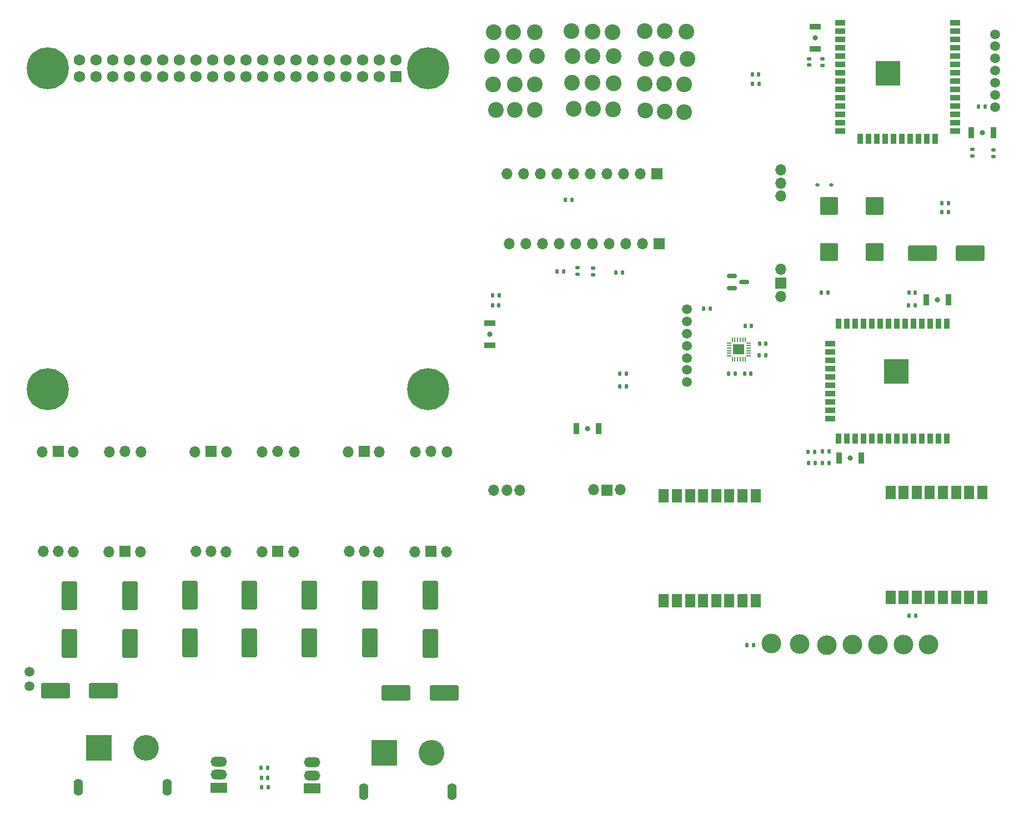
<source format=gbr>
%TF.GenerationSoftware,KiCad,Pcbnew,7.0.10*%
%TF.CreationDate,2024-12-05T21:17:43+05:30*%
%TF.ProjectId,remote_v2,72656d6f-7465-45f7-9632-2e6b69636164,rev?*%
%TF.SameCoordinates,Original*%
%TF.FileFunction,Soldermask,Top*%
%TF.FilePolarity,Negative*%
%FSLAX46Y46*%
G04 Gerber Fmt 4.6, Leading zero omitted, Abs format (unit mm)*
G04 Created by KiCad (PCBNEW 7.0.10) date 2024-12-05 21:17:43*
%MOMM*%
%LPD*%
G01*
G04 APERTURE LIST*
G04 Aperture macros list*
%AMRoundRect*
0 Rectangle with rounded corners*
0 $1 Rounding radius*
0 $2 $3 $4 $5 $6 $7 $8 $9 X,Y pos of 4 corners*
0 Add a 4 corners polygon primitive as box body*
4,1,4,$2,$3,$4,$5,$6,$7,$8,$9,$2,$3,0*
0 Add four circle primitives for the rounded corners*
1,1,$1+$1,$2,$3*
1,1,$1+$1,$4,$5*
1,1,$1+$1,$6,$7*
1,1,$1+$1,$8,$9*
0 Add four rect primitives between the rounded corners*
20,1,$1+$1,$2,$3,$4,$5,0*
20,1,$1+$1,$4,$5,$6,$7,0*
20,1,$1+$1,$6,$7,$8,$9,0*
20,1,$1+$1,$8,$9,$2,$3,0*%
%AMFreePoly0*
4,1,14,0.266715,0.088284,0.363284,-0.008285,0.375000,-0.036569,0.375000,-0.060000,0.363284,-0.088284,0.335000,-0.100000,-0.335000,-0.100000,-0.363284,-0.088284,-0.375000,-0.060000,-0.375000,0.060000,-0.363284,0.088284,-0.335000,0.100000,0.238431,0.100000,0.266715,0.088284,0.266715,0.088284,$1*%
%AMFreePoly1*
4,1,14,0.363284,0.088284,0.375000,0.060000,0.375000,0.036569,0.363284,0.008285,0.266715,-0.088284,0.238431,-0.100000,-0.335000,-0.100000,-0.363284,-0.088284,-0.375000,-0.060000,-0.375000,0.060000,-0.363284,0.088284,-0.335000,0.100000,0.335000,0.100000,0.363284,0.088284,0.363284,0.088284,$1*%
%AMFreePoly2*
4,1,14,0.088284,0.363284,0.100000,0.335000,0.100000,-0.335000,0.088284,-0.363284,0.060000,-0.375000,-0.060000,-0.375000,-0.088284,-0.363284,-0.100000,-0.335000,-0.100000,0.238431,-0.088284,0.266715,0.008285,0.363284,0.036569,0.375000,0.060000,0.375000,0.088284,0.363284,0.088284,0.363284,$1*%
%AMFreePoly3*
4,1,14,-0.008285,0.363284,0.088284,0.266715,0.100000,0.238431,0.100000,-0.335000,0.088284,-0.363284,0.060000,-0.375000,-0.060000,-0.375000,-0.088284,-0.363284,-0.100000,-0.335000,-0.100000,0.335000,-0.088284,0.363284,-0.060000,0.375000,-0.036569,0.375000,-0.008285,0.363284,-0.008285,0.363284,$1*%
%AMFreePoly4*
4,1,14,0.363284,0.088284,0.375000,0.060000,0.375000,-0.060000,0.363284,-0.088284,0.335000,-0.100000,-0.238431,-0.100000,-0.266715,-0.088284,-0.363284,0.008285,-0.375000,0.036569,-0.375000,0.060000,-0.363284,0.088284,-0.335000,0.100000,0.335000,0.100000,0.363284,0.088284,0.363284,0.088284,$1*%
%AMFreePoly5*
4,1,14,0.363284,0.088284,0.375000,0.060000,0.375000,-0.060000,0.363284,-0.088284,0.335000,-0.100000,-0.335000,-0.100000,-0.363284,-0.088284,-0.375000,-0.060000,-0.375000,-0.036569,-0.363284,-0.008285,-0.266715,0.088284,-0.238431,0.100000,0.335000,0.100000,0.363284,0.088284,0.363284,0.088284,$1*%
%AMFreePoly6*
4,1,14,0.088284,0.363284,0.100000,0.335000,0.100000,-0.238431,0.088284,-0.266715,-0.008285,-0.363284,-0.036569,-0.375000,-0.060000,-0.375000,-0.088284,-0.363284,-0.100000,-0.335000,-0.100000,0.335000,-0.088284,0.363284,-0.060000,0.375000,0.060000,0.375000,0.088284,0.363284,0.088284,0.363284,$1*%
%AMFreePoly7*
4,1,14,0.088284,0.363284,0.100000,0.335000,0.100000,-0.335000,0.088284,-0.363284,0.060000,-0.375000,0.036569,-0.375000,0.008285,-0.363284,-0.088284,-0.266715,-0.100000,-0.238431,-0.100000,0.335000,-0.088284,0.363284,-0.060000,0.375000,0.060000,0.375000,0.088284,0.363284,0.088284,0.363284,$1*%
G04 Aperture macros list end*
%ADD10RoundRect,0.135000X-0.135000X-0.185000X0.135000X-0.185000X0.135000X0.185000X-0.135000X0.185000X0*%
%ADD11RoundRect,0.140000X0.140000X0.170000X-0.140000X0.170000X-0.140000X-0.170000X0.140000X-0.170000X0*%
%ADD12RoundRect,0.300500X-0.901500X1.901500X-0.901500X-1.901500X0.901500X-1.901500X0.901500X1.901500X0*%
%ADD13RoundRect,0.135000X0.135000X0.185000X-0.135000X0.185000X-0.135000X-0.185000X0.135000X-0.185000X0*%
%ADD14RoundRect,0.102000X1.858000X1.858000X-1.858000X1.858000X-1.858000X-1.858000X1.858000X-1.858000X0*%
%ADD15C,3.920000*%
%ADD16O,1.404000X2.604000*%
%ADD17C,1.500000*%
%ADD18RoundRect,0.147500X0.147500X0.172500X-0.147500X0.172500X-0.147500X-0.172500X0.147500X-0.172500X0*%
%ADD19R,2.500000X1.500000*%
%ADD20O,2.500000X1.500000*%
%ADD21R,1.500000X2.000000*%
%ADD22C,2.400000*%
%ADD23RoundRect,0.140000X0.170000X-0.140000X0.170000X0.140000X-0.170000X0.140000X-0.170000X-0.140000X0*%
%ADD24RoundRect,0.135000X-0.185000X0.135000X-0.185000X-0.135000X0.185000X-0.135000X0.185000X0.135000X0*%
%ADD25RoundRect,0.140000X-0.140000X-0.170000X0.140000X-0.170000X0.140000X0.170000X-0.140000X0.170000X0*%
%ADD26C,0.800000*%
%ADD27R,0.900000X1.700000*%
%ADD28RoundRect,0.300500X1.901500X0.901500X-1.901500X0.901500X-1.901500X-0.901500X1.901500X-0.901500X0*%
%ADD29RoundRect,0.300500X-1.901500X-0.901500X1.901500X-0.901500X1.901500X0.901500X-1.901500X0.901500X0*%
%ADD30R,0.900000X1.500000*%
%ADD31R,1.500000X0.900000*%
%ADD32R,3.800000X3.800000*%
%ADD33RoundRect,0.112500X-0.187500X-0.112500X0.187500X-0.112500X0.187500X0.112500X-0.187500X0.112500X0*%
%ADD34O,1.700000X1.700000*%
%ADD35R,1.700000X1.700000*%
%ADD36FreePoly0,0.000000*%
%ADD37RoundRect,0.050000X-0.325000X-0.050000X0.325000X-0.050000X0.325000X0.050000X-0.325000X0.050000X0*%
%ADD38FreePoly1,0.000000*%
%ADD39FreePoly2,0.000000*%
%ADD40RoundRect,0.050000X-0.050000X-0.325000X0.050000X-0.325000X0.050000X0.325000X-0.050000X0.325000X0*%
%ADD41FreePoly3,0.000000*%
%ADD42FreePoly4,0.000000*%
%ADD43FreePoly5,0.000000*%
%ADD44FreePoly6,0.000000*%
%ADD45FreePoly7,0.000000*%
%ADD46R,1.750000X1.600000*%
%ADD47RoundRect,0.147500X-0.147500X-0.172500X0.147500X-0.172500X0.147500X0.172500X-0.147500X0.172500X0*%
%ADD48C,3.000000*%
%ADD49R,1.700000X0.900000*%
%ADD50RoundRect,0.102000X1.250000X1.250000X-1.250000X1.250000X-1.250000X-1.250000X1.250000X-1.250000X0*%
%ADD51RoundRect,0.102000X-0.762000X-0.762000X0.762000X-0.762000X0.762000X0.762000X-0.762000X0.762000X0*%
%ADD52C,1.728000*%
%ADD53C,6.404000*%
%ADD54RoundRect,0.150000X-0.587500X-0.150000X0.587500X-0.150000X0.587500X0.150000X-0.587500X0.150000X0*%
G04 APERTURE END LIST*
D10*
%TO.C,R7*%
X94320000Y-154960000D03*
X95340000Y-154960000D03*
%TD*%
D11*
%TO.C,C37*%
X95370000Y-157900000D03*
X94410000Y-157900000D03*
%TD*%
D12*
%TO.C,C54*%
X83420000Y-128610000D03*
X83420000Y-135910000D03*
%TD*%
D13*
%TO.C,R51*%
X194020000Y-84432500D03*
X193000000Y-84432500D03*
%TD*%
D10*
%TO.C,R33*%
X148380000Y-79440000D03*
X149400000Y-79440000D03*
%TD*%
D14*
%TO.C,J17*%
X113080000Y-152610000D03*
D15*
X120280000Y-152610000D03*
D16*
X109930000Y-158610000D03*
X123430000Y-158610000D03*
%TD*%
D11*
%TO.C,C94*%
X130560000Y-84420000D03*
X129600000Y-84420000D03*
%TD*%
D17*
%TO.C,J24*%
X58960000Y-140250000D03*
X58960000Y-142500000D03*
%TD*%
D11*
%TO.C,C30*%
X178660000Y-106757500D03*
X177700000Y-106757500D03*
%TD*%
D10*
%TO.C,R48*%
X129550000Y-82895000D03*
X130570000Y-82895000D03*
%TD*%
D13*
%TO.C,R91*%
X166590000Y-94810000D03*
X165570000Y-94810000D03*
%TD*%
D18*
%TO.C,D14*%
X198125000Y-70150000D03*
X199095000Y-70150000D03*
%TD*%
D19*
%TO.C,SW7*%
X87860000Y-157980000D03*
D20*
X87860000Y-155980000D03*
X87860000Y-153980000D03*
%TD*%
D21*
%TO.C,U11*%
X155690000Y-129420000D03*
X157690000Y-129420000D03*
X159690000Y-129420000D03*
X161690000Y-129420000D03*
X163690000Y-129420000D03*
X165690000Y-129420000D03*
X167690000Y-129420000D03*
X169690000Y-129420000D03*
X169690000Y-113420000D03*
X167690000Y-113420000D03*
X165690000Y-113420000D03*
X163690000Y-113420000D03*
X161690000Y-113420000D03*
X159690000Y-113420000D03*
X157690000Y-113420000D03*
X155690000Y-113420000D03*
%TD*%
D22*
%TO.C,J28*%
X152760000Y-42590000D03*
X155860000Y-42540000D03*
X159110000Y-42640000D03*
%TD*%
%TO.C,J12*%
X141660000Y-50470000D03*
X144810000Y-50470000D03*
X148010000Y-50570000D03*
%TD*%
D13*
%TO.C,R96*%
X180895000Y-108432500D03*
X179875000Y-108432500D03*
%TD*%
D10*
%TO.C,R94*%
X199100000Y-68830000D03*
X198080000Y-68830000D03*
%TD*%
D12*
%TO.C,C24*%
X65080000Y-128680000D03*
X65080000Y-135980000D03*
%TD*%
%TO.C,C59*%
X110840000Y-128590000D03*
X110840000Y-135890000D03*
%TD*%
D23*
%TO.C,C91*%
X205985000Y-61675000D03*
X205985000Y-60715000D03*
%TD*%
D24*
%TO.C,R55*%
X144920000Y-78690000D03*
X144920000Y-79710000D03*
%TD*%
D25*
%TO.C,C95*%
X193080000Y-82457500D03*
X194040000Y-82457500D03*
%TD*%
%TO.C,C53*%
X167990000Y-94830000D03*
X168950000Y-94830000D03*
%TD*%
%TO.C,C51*%
X168100000Y-87550000D03*
X169060000Y-87550000D03*
%TD*%
D26*
%TO.C,SW6*%
X184110000Y-107707500D03*
D27*
X185810000Y-107707500D03*
X182410000Y-107707500D03*
%TD*%
D10*
%TO.C,R8*%
X203700000Y-54095000D03*
X204720000Y-54095000D03*
%TD*%
D14*
%TO.C,J25*%
X69590000Y-151900000D03*
D15*
X76790000Y-151900000D03*
D16*
X66440000Y-157900000D03*
X79940000Y-157900000D03*
%TD*%
D28*
%TO.C,C71*%
X70260000Y-143200000D03*
X62960000Y-143200000D03*
%TD*%
D13*
%TO.C,R53*%
X194135000Y-131732500D03*
X193115000Y-131732500D03*
%TD*%
D26*
%TO.C,SW2*%
X204235000Y-58070000D03*
D27*
X202535000Y-58070000D03*
X205935000Y-58070000D03*
%TD*%
D22*
%TO.C,J10*%
X129710000Y-50720000D03*
X132960000Y-50720000D03*
X136060000Y-50720000D03*
%TD*%
D29*
%TO.C,C61*%
X114890000Y-143460000D03*
X122190000Y-143460000D03*
%TD*%
D10*
%TO.C,R1*%
X168340000Y-136182500D03*
X169360000Y-136182500D03*
%TD*%
%TO.C,R38*%
X148970000Y-96790000D03*
X149990000Y-96790000D03*
%TD*%
D30*
%TO.C,U24*%
X198840000Y-87207500D03*
X197570000Y-87207500D03*
X196300000Y-87207500D03*
X195030000Y-87207500D03*
X193760000Y-87207500D03*
X192490000Y-87207500D03*
X191220000Y-87207500D03*
X189950000Y-87207500D03*
X188680000Y-87207500D03*
X187410000Y-87207500D03*
X186140000Y-87207500D03*
X184870000Y-87207500D03*
X183600000Y-87207500D03*
X182330000Y-87207500D03*
D31*
X181080000Y-90247500D03*
X181080000Y-91517500D03*
X181080000Y-92787500D03*
X181080000Y-94057500D03*
X181080000Y-95327500D03*
X181080000Y-96597500D03*
X181080000Y-97867500D03*
X181080000Y-99137500D03*
X181080000Y-100407500D03*
X181080000Y-101677500D03*
D30*
X182330000Y-104707500D03*
X183600000Y-104707500D03*
X184870000Y-104707500D03*
X186140000Y-104707500D03*
X187410000Y-104707500D03*
X188680000Y-104707500D03*
X189950000Y-104707500D03*
X191220000Y-104707500D03*
X192490000Y-104707500D03*
X193760000Y-104707500D03*
X195030000Y-104707500D03*
X196300000Y-104707500D03*
X197570000Y-104707500D03*
X198840000Y-104707500D03*
D32*
X191120000Y-94457500D03*
%TD*%
D24*
%TO.C,R26*%
X179885000Y-46775000D03*
X179885000Y-47795000D03*
%TD*%
D33*
%TO.C,D7*%
X179152500Y-66020000D03*
X181252500Y-66020000D03*
%TD*%
D22*
%TO.C,J30*%
X152770000Y-50610000D03*
X155770000Y-50660000D03*
X158820000Y-50710000D03*
%TD*%
D10*
%TO.C,R52*%
X177735000Y-108482500D03*
X178755000Y-108482500D03*
%TD*%
D17*
%TO.C,J32*%
X159250000Y-96110000D03*
X159250000Y-94260000D03*
X159250000Y-92410000D03*
X159250000Y-90560000D03*
X159250000Y-88710000D03*
X159250000Y-86860000D03*
X159250000Y-85010000D03*
%TD*%
D22*
%TO.C,J8*%
X141760000Y-46370000D03*
X144860000Y-46370000D03*
X148010000Y-46420000D03*
%TD*%
D34*
%TO.C,U6*%
X71125000Y-122005000D03*
D35*
X73535000Y-121900000D03*
D34*
X75925000Y-121970000D03*
X61075000Y-121920000D03*
X63375000Y-121910000D03*
X65625000Y-121970000D03*
X60925000Y-106770000D03*
D35*
X63375000Y-106680000D03*
D34*
X65675000Y-106720000D03*
X71175000Y-106720000D03*
X73535000Y-106670000D03*
X76025000Y-106720000D03*
%TD*%
D12*
%TO.C,C48*%
X92540000Y-128570000D03*
X92540000Y-135870000D03*
%TD*%
D35*
%TO.C,J2*%
X154615000Y-64345000D03*
D34*
X152075000Y-64345000D03*
X149535000Y-64345000D03*
X146995000Y-64345000D03*
X144455000Y-64345000D03*
X141915000Y-64345000D03*
X139375000Y-64345000D03*
X136835000Y-64345000D03*
X134295000Y-64345000D03*
X131755000Y-64345000D03*
%TD*%
D36*
%TO.C,U13*%
X165640000Y-90120000D03*
D37*
X165640000Y-90520000D03*
X165640000Y-90920000D03*
X165640000Y-91320000D03*
X165640000Y-91720000D03*
D38*
X165640000Y-92120000D03*
D39*
X166140000Y-92620000D03*
D40*
X166540000Y-92620000D03*
X166940000Y-92620000D03*
X167340000Y-92620000D03*
X167740000Y-92620000D03*
D41*
X168140000Y-92620000D03*
D42*
X168640000Y-92120000D03*
D37*
X168640000Y-91720000D03*
X168640000Y-91320000D03*
X168640000Y-90920000D03*
X168640000Y-90520000D03*
D43*
X168640000Y-90120000D03*
D44*
X168140000Y-89620000D03*
D40*
X167740000Y-89620000D03*
X167340000Y-89620000D03*
X166940000Y-89620000D03*
X166540000Y-89620000D03*
D45*
X166140000Y-89620000D03*
D46*
X167140000Y-91120000D03*
%TD*%
D25*
%TO.C,C97*%
X179905000Y-106707500D03*
X180865000Y-106707500D03*
%TD*%
D47*
%TO.C,D2*%
X94355000Y-156420000D03*
X95325000Y-156420000D03*
%TD*%
D26*
%TO.C,SW5*%
X197410000Y-83532500D03*
D27*
X199110000Y-83532500D03*
X195710000Y-83532500D03*
%TD*%
D48*
%TO.C,J33*%
X196035000Y-136132500D03*
X192235000Y-136132500D03*
X188335000Y-136132500D03*
X184485000Y-136132500D03*
X180535000Y-136182500D03*
X176385000Y-136082500D03*
X172135000Y-135982500D03*
%TD*%
D26*
%TO.C,SW1*%
X178810000Y-43570000D03*
D49*
X178810000Y-41870000D03*
X178810000Y-45270000D03*
%TD*%
D34*
%TO.C,U15*%
X94445000Y-122005000D03*
D35*
X96855000Y-121900000D03*
D34*
X99245000Y-121970000D03*
X84395000Y-121920000D03*
X86695000Y-121910000D03*
X88945000Y-121970000D03*
X84245000Y-106770000D03*
D35*
X86695000Y-106680000D03*
D34*
X88995000Y-106720000D03*
X94495000Y-106720000D03*
X96855000Y-106670000D03*
X99345000Y-106720000D03*
%TD*%
D13*
%TO.C,R10*%
X162780000Y-84910000D03*
X161760000Y-84910000D03*
%TD*%
D26*
%TO.C,SW4*%
X129160000Y-88795000D03*
D49*
X129160000Y-90495000D03*
X129160000Y-87095000D03*
%TD*%
D24*
%TO.C,R28*%
X202760000Y-60645000D03*
X202760000Y-61665000D03*
%TD*%
D10*
%TO.C,R30*%
X139440000Y-79210000D03*
X140460000Y-79210000D03*
%TD*%
D35*
%TO.C,J3*%
X155020000Y-75010000D03*
D34*
X152480000Y-75010000D03*
X149940000Y-75010000D03*
X147400000Y-75010000D03*
X144860000Y-75010000D03*
X142320000Y-75010000D03*
X139780000Y-75010000D03*
X137240000Y-75010000D03*
X134700000Y-75010000D03*
X132160000Y-75010000D03*
%TD*%
D22*
%TO.C,J29*%
X152950000Y-46780000D03*
X156150000Y-46780000D03*
X159300000Y-46780000D03*
%TD*%
D18*
%TO.C,D13*%
X170150000Y-49210000D03*
X169180000Y-49210000D03*
%TD*%
D24*
%TO.C,R56*%
X142550000Y-78680000D03*
X142550000Y-79700000D03*
%TD*%
D12*
%TO.C,C35*%
X74300000Y-128680000D03*
X74300000Y-135980000D03*
%TD*%
D31*
%TO.C,U22*%
X182610000Y-41285000D03*
X182610000Y-42555000D03*
X182610000Y-43825000D03*
X182610000Y-45095000D03*
X182610000Y-46365000D03*
X182610000Y-47635000D03*
X182610000Y-48905000D03*
X182610000Y-50175000D03*
X182610000Y-51445000D03*
X182610000Y-52715000D03*
X182610000Y-53985000D03*
X182610000Y-55255000D03*
X182610000Y-56525000D03*
X182610000Y-57795000D03*
D30*
X185650000Y-59045000D03*
X186920000Y-59045000D03*
X188190000Y-59045000D03*
X189460000Y-59045000D03*
X190730000Y-59045000D03*
X192000000Y-59045000D03*
X193270000Y-59045000D03*
X194540000Y-59045000D03*
X195810000Y-59045000D03*
X197080000Y-59045000D03*
D31*
X200110000Y-57795000D03*
X200110000Y-56525000D03*
X200110000Y-55255000D03*
X200110000Y-53985000D03*
X200110000Y-52715000D03*
X200110000Y-51445000D03*
X200110000Y-50175000D03*
X200110000Y-48905000D03*
X200110000Y-47635000D03*
X200110000Y-46365000D03*
X200110000Y-45095000D03*
X200110000Y-43825000D03*
X200110000Y-42555000D03*
X200110000Y-41285000D03*
D32*
X189860000Y-49005000D03*
%TD*%
D12*
%TO.C,C56*%
X120070000Y-128630000D03*
X120070000Y-135930000D03*
%TD*%
D22*
%TO.C,J13*%
X141910000Y-54470000D03*
X144910000Y-54470000D03*
X147960000Y-54520000D03*
%TD*%
D34*
%TO.C,U16*%
X117765000Y-122005000D03*
D35*
X120175000Y-121900000D03*
D34*
X122565000Y-121970000D03*
X107715000Y-121920000D03*
X110015000Y-121910000D03*
X112265000Y-121970000D03*
X107565000Y-106770000D03*
D35*
X110015000Y-106680000D03*
D34*
X112315000Y-106720000D03*
X117815000Y-106720000D03*
X120175000Y-106670000D03*
X122665000Y-106720000D03*
%TD*%
D17*
%TO.C,J6*%
X206185000Y-43045000D03*
X206185000Y-44895000D03*
X206185000Y-46745000D03*
X206185000Y-48595000D03*
X206185000Y-50445000D03*
X206185000Y-52295000D03*
X206185000Y-54145000D03*
%TD*%
D21*
%TO.C,U12*%
X190260000Y-128957500D03*
X192260000Y-128957500D03*
X194260000Y-128957500D03*
X196260000Y-128957500D03*
X198260000Y-128957500D03*
X200260000Y-128957500D03*
X202260000Y-128957500D03*
X204260000Y-128957500D03*
X204260000Y-112957500D03*
X202260000Y-112957500D03*
X200260000Y-112957500D03*
X198260000Y-112957500D03*
X196260000Y-112957500D03*
X194260000Y-112957500D03*
X192260000Y-112957500D03*
X190260000Y-112957500D03*
%TD*%
D13*
%TO.C,R73*%
X180710000Y-82460000D03*
X179690000Y-82460000D03*
%TD*%
D19*
%TO.C,SW8*%
X102050000Y-158100000D03*
D20*
X102050000Y-156100000D03*
X102050000Y-154100000D03*
%TD*%
D22*
%TO.C,J31*%
X152880000Y-54720000D03*
X155830000Y-54820000D03*
X158830000Y-54920000D03*
%TD*%
D25*
%TO.C,C52*%
X170300000Y-90270000D03*
X171260000Y-90270000D03*
%TD*%
D22*
%TO.C,J4*%
X129760000Y-42720000D03*
X132760000Y-42720000D03*
X136060000Y-42720000D03*
%TD*%
D50*
%TO.C,LS1*%
X187870000Y-76290000D03*
X187870000Y-69290000D03*
X180870000Y-76290000D03*
X180870000Y-69290000D03*
%TD*%
D13*
%TO.C,R92*%
X171280000Y-92050000D03*
X170260000Y-92050000D03*
%TD*%
D11*
%TO.C,C93*%
X149960000Y-94790000D03*
X149000000Y-94790000D03*
%TD*%
D29*
%TO.C,C60*%
X195110000Y-76430000D03*
X202410000Y-76430000D03*
%TD*%
D10*
%TO.C,R54*%
X140690000Y-68350000D03*
X141710000Y-68350000D03*
%TD*%
D22*
%TO.C,J7*%
X129485000Y-46420000D03*
X132885000Y-46420000D03*
X136385000Y-46420000D03*
%TD*%
D51*
%TO.C,U2*%
X114865000Y-49485000D03*
D52*
X114865000Y-46945000D03*
X112325000Y-49485000D03*
X112325000Y-46945000D03*
X109785000Y-49485000D03*
X109785000Y-46945000D03*
X107245000Y-49485000D03*
X107245000Y-46945000D03*
X104705000Y-49485000D03*
X104705000Y-46945000D03*
X102165000Y-49485000D03*
X102165000Y-46945000D03*
X99625000Y-49485000D03*
X99625000Y-46945000D03*
X97085000Y-49485000D03*
X97085000Y-46945000D03*
X94545000Y-49485000D03*
X94545000Y-46945000D03*
X92005000Y-49485000D03*
X92005000Y-46945000D03*
X89465000Y-49485000D03*
X89465000Y-46945000D03*
X86925000Y-49485000D03*
X86925000Y-46945000D03*
X84385000Y-49485000D03*
X84385000Y-46945000D03*
X81845000Y-49485000D03*
X81845000Y-46945000D03*
X79305000Y-49485000D03*
X79305000Y-46945000D03*
X76765000Y-49485000D03*
X76765000Y-46945000D03*
X74225000Y-49485000D03*
X74225000Y-46945000D03*
X71685000Y-49485000D03*
X71685000Y-46945000D03*
X69145000Y-49485000D03*
X69145000Y-46945000D03*
X66605000Y-49485000D03*
X66605000Y-46945000D03*
D53*
X119735000Y-48215000D03*
X61735000Y-48215000D03*
X61735000Y-97215000D03*
X119735000Y-97215000D03*
%TD*%
D12*
%TO.C,C47*%
X101660000Y-128560000D03*
X101660000Y-135860000D03*
%TD*%
D26*
%TO.C,SW3*%
X144060000Y-103195000D03*
D27*
X145760000Y-103195000D03*
X142360000Y-103195000D03*
%TD*%
D54*
%TO.C,Q4*%
X166095000Y-79880000D03*
X166095000Y-81780000D03*
X167970000Y-80830000D03*
%TD*%
D22*
%TO.C,J9*%
X141635000Y-42620000D03*
X144835000Y-42670000D03*
X147885000Y-42720000D03*
%TD*%
D13*
%TO.C,R93*%
X170215000Y-50650000D03*
X169195000Y-50650000D03*
%TD*%
D23*
%TO.C,C89*%
X177890000Y-47760000D03*
X177890000Y-46800000D03*
%TD*%
D34*
%TO.C,U17*%
X133780000Y-112560000D03*
X131790000Y-112560000D03*
X129780000Y-112560000D03*
X149080000Y-112510000D03*
D35*
X147030000Y-112560000D03*
D34*
X144980000Y-112510000D03*
%TD*%
D22*
%TO.C,J11*%
X130060000Y-54595000D03*
X133010000Y-54595000D03*
X136010000Y-54595000D03*
%TD*%
D34*
%TO.C,U21*%
X173560000Y-67740000D03*
X173560000Y-65750000D03*
X173560000Y-63740000D03*
X173510000Y-83040000D03*
D35*
X173560000Y-80990000D03*
D34*
X173510000Y-78940000D03*
%TD*%
M02*

</source>
